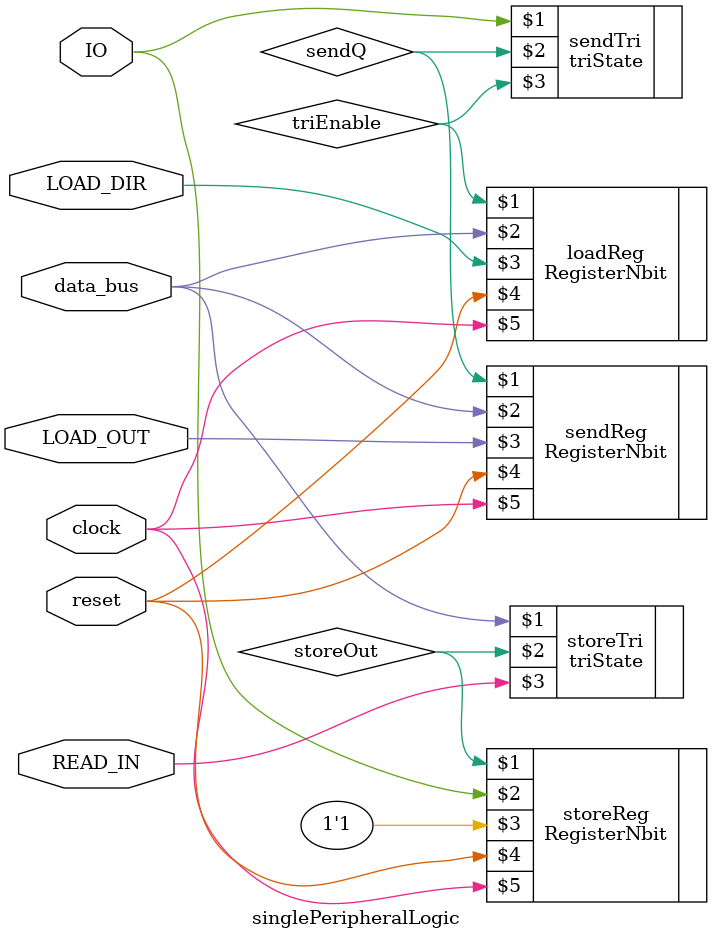
<source format=v>
module singlePeripheralLogic(data_bus, READ_IN, LOAD_OUT, LOAD_DIR, IO, clock, reset);
inout data_bus;
input READ_IN;
input LOAD_OUT;
input LOAD_DIR;
input clock;
input reset;
inout IO;

wire storeOut;
wire data_bus;
wire triEnable;
wire sendQ;
wire toStore;

RegisterNbit storeReg (storeOut, IO, 1'b1, reset, clock);
defparam storeReg.N = 1;

RegisterNbit sendReg (sendQ, data_bus, LOAD_OUT, reset, clock);
defparam sendReg.N = 1;

RegisterNbit loadReg (triEnable, data_bus, LOAD_DIR, reset, clock);
defparam loadReg.N = 1;

triState sendTri (IO, sendQ, triEnable);
defparam sendTri.N = 1;

triState storeTri (data_bus, storeOut, READ_IN);
defparam storeTri.N = 1;

endmodule
</source>
